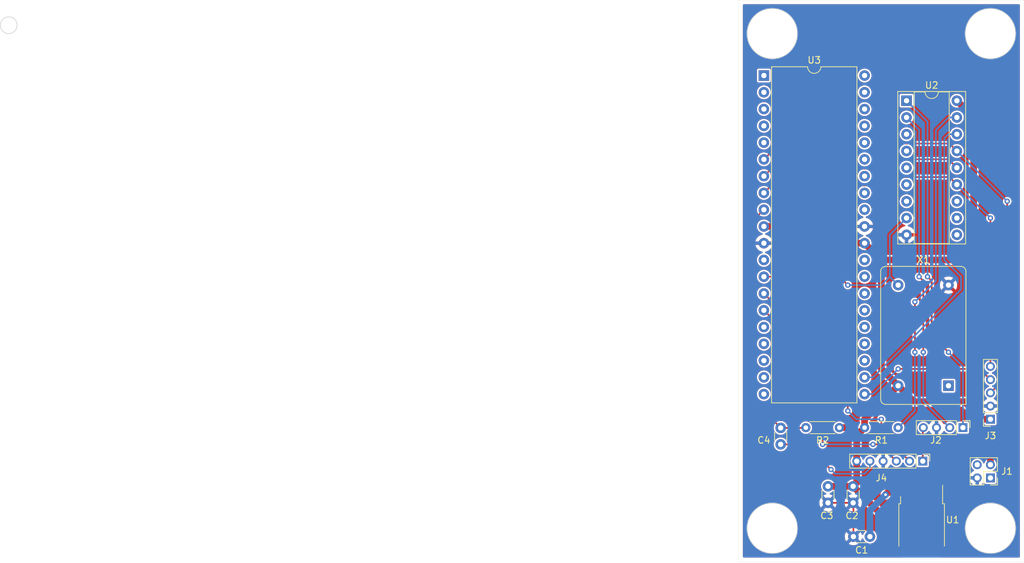
<source format=kicad_pcb>
(kicad_pcb (version 20221018) (generator pcbnew)
  (title_block (title "FSAE Board 2023") (date "2023-10-12") (rev "v02") (company "WAZZU Racing") (comment 1 "PCB: Carson Clary") (comment 2 "Circuit: Devin Moore"))
  (layers (0 "F.Cu" signal) (31 "B.Cu" signal) (34 "B.Paste" user) (35 "F.Paste" user) (36 "B.SilkS" user "B.Silkscreen") (37 "F.SilkS" user "F.Silkscreen") (38 "B.Mask" user) (39 "F.Mask" user) (44 "Edge.Cuts" user))
  (net 0 "")
  (net 1 "+12V")
  (net 2 "GND")
  (net 3 "+5V")
  (net 4 "/DTR")
  (net 5 "/Reset_atmega")
  (net 6 "/CanH")
  (net 7 "/CanL")
  (net 8 "/TX Can")
  (net 9 "/Rx Can")
  (net 10 "+3V3")
  (net 11 "/MOSI")
  (net 12 "/CS0")
  (net 13 "/SCK")
  (net 14 "/UART TX")
  (net 15 "/UART RX")
  (net 16 "Net-(U2-~{RESET})")
  (net 22 "/OSC")
  (net 26 "/MISO")
  (net 27 "/CS1")
  (footprint "Capacitor_THT:C_Disc_D3.0mm_W1.6mm_P2.50mm" (layer "F.Cu") (at 130.35 137.16 180)
    (fp_text reference "C1" (at 1.25 -2.05) (layer "F.SilkS"))
    (fp_text value "10u")
    (fp_line (start 0.621 -0.92) (end 1.879 -0.92) (stroke (width 0.12)) (layer "F.SilkS"))
    (fp_line (start 0.621 0.92) (end 1.879 0.92) (stroke (width 0.12)) (layer "F.SilkS"))
    (pad "1" thru_hole circle (at 0 0 180) (size 1.6 1.6) (drill 0.8) (layers "*.Cu" "*.Mask") (net 1 "+12V"))
    (pad "2" thru_hole circle (at 2.5 0 180) (size 1.6 1.6) (drill 0.8) (layers "*.Cu" "*.Mask") (net 2 "GND"))
  )
  (footprint "Resistor_THT:R_Axial_DIN0204_L3.6mm_D1.6mm_P5.08mm_Horizontal" (layer "F.Cu") (at 125.73 120.65 180)
    (fp_text reference "R2" (at 2.54 -1.92) (layer "F.SilkS"))
    (fp_text value "10k")
    (fp_line (start 0.62 -0.92) (end 4.46 -0.92) (stroke (width 0.12)) (layer "F.SilkS"))
    (fp_line (start 0.62 0.92) (end 4.46 0.92) (stroke (width 0.12)) (layer "F.SilkS"))
    (pad "1" thru_hole circle (at 0 0 180) (size 1.4 1.4) (drill 0.7) (layers "*.Cu" "*.Mask") (net 3 "+5V"))
    (pad "2" thru_hole oval (at 5.08 0 180) (size 1.4 1.4) (drill 0.7) (layers "*.Cu" "*.Mask") (net 5 "/Reset_atmega"))
  )
  (footprint "Oscillator:Oscillator_DIP-14" (layer "F.Cu") (at 142.24 114.3 90)
    (fp_text reference "X1" (at 19.05 -3.81 180) (layer "F.SilkS"))
    (fp_text value "ACO-20MHz-A")
    (fp_line (start -2.83 -9.51) (end -2.83 2.64) (stroke (width 0.12)) (layer "F.SilkS"))
    (fp_line (start -2.83 2.64) (end 17.32 2.64) (stroke (width 0.12)) (layer "F.SilkS"))
    (fp_line (start 17.32 -10.26) (end -2.08 -10.26) (stroke (width 0.12)) (layer "F.SilkS"))
    (fp_line (start 18.07 1.89) (end 18.07 -9.51) (stroke (width 0.12)) (layer "F.SilkS"))
    (fp_arc (start -2.83 -9.51) (mid -2.61033 -10.04033) (end -2.08 -10.26) (stroke (width 0.12)) (layer "F.SilkS"))
    (fp_arc (start 17.32 -10.26) (mid 17.85033 -10.04033) (end 18.07 -9.51) (stroke (width 0.12)) (layer "F.SilkS"))
    (fp_arc (start 18.07 1.89) (mid 17.85033 2.42033) (end 17.32 2.64) (stroke (width 0.12)) (layer "F.SilkS"))
    (pad "1" thru_hole rect (at 0 0 90) (size 1.6 1.6) (drill 0.8) (layers "*.Cu" "*.Mask"))
    (pad "7" thru_hole circle (at 15.24 0 90) (size 1.6 1.6) (drill 0.8) (layers "*.Cu" "*.Mask") (net 2 "GND"))
    (pad "8" thru_hole circle (at 15.24 -7.62 90) (size 1.6 1.6) (drill 0.8) (layers "*.Cu" "*.Mask") (net 22 "/OSC"))
    (pad "14" thru_hole circle (at 0 -7.62 90) (size 1.6 1.6) (drill 0.8) (layers "*.Cu" "*.Mask") (net 3 "+5V"))
  )
  (footprint "Capacitor_THT:C_Disc_D3.0mm_W1.6mm_P2.50mm" (layer "F.Cu") (at 124 129.54 -90)
    (fp_text reference "C3" (at 4.445 0.175 -180) (layer "F.SilkS"))
    (fp_text value "100n")
    (fp_line (start 0.621 -0.92) (end 1.879 -0.92) (stroke (width 0.12)) (layer "F.SilkS"))
    (fp_line (start 0.621 0.92) (end 1.879 0.92) (stroke (width 0.12)) (layer "F.SilkS"))
    (pad "1" thru_hole circle (at 0 0 270) (size 1.6 1.6) (drill 0.8) (layers "*.Cu" "*.Mask") (net 3 "+5V"))
    (pad "2" thru_hole circle (at 2.5 0 270) (size 1.6 1.6) (drill 0.8) (layers "*.Cu" "*.Mask") (net 2 "GND"))
  )
  (footprint "Connector_PinSocket_2.00mm:PinSocket_1x05_P2.00mm_Vertical" (layer "F.Cu") (at 148.59 119.38 180)
    (fp_text reference "J3" (at 0 -2.5) (layer "F.SilkS"))
    (fp_text value "7Seg con")
    (fp_line (start -1.06 1) (end -1.06 9.06) (stroke (width 0.12)) (layer "F.SilkS"))
    (fp_line (start -1.06 1) (end 1.06 1) (stroke (width 0.12)) (layer "F.SilkS"))
    (fp_line (start -1.06 9.06) (end 1.06 9.06) (stroke (width 0.12)) (layer "F.SilkS"))
    (fp_line (start 0 -1.06) (end 1.06 -1.06) (stroke (width 0.12)) (layer "F.SilkS"))
    (fp_line (start 1.06 -1.06) (end 1.06 0) (stroke (width 0.12)) (layer "F.SilkS"))
    (fp_line (start 1.06 1) (end 1.06 9.06) (stroke (width 0.12)) (layer "F.SilkS"))
    (pad "1" thru_hole rect (at 0 0 180) (size 1.35 1.35) (drill 0.8) (layers "*.Cu" "*.Mask") (net 3 "+5V"))
    (pad "2" thru_hole oval (at 0 2 180) (size 1.35 1.35) (drill 0.8) (layers "*.Cu" "*.Mask") (net 2 "GND"))
    (pad "3" thru_hole oval (at 0 4 180) (size 1.35 1.35) (drill 0.8) (layers "*.Cu" "*.Mask") (net 11 "/MOSI"))
    (pad "4" thru_hole oval (at 0 6 180) (size 1.35 1.35) (drill 0.8) (layers "*.Cu" "*.Mask") (net 12 "/CS0"))
    (pad "5" thru_hole oval (at 0 8 180) (size 1.35 1.35) (drill 0.8) (layers "*.Cu" "*.Mask") (net 13 "/SCK"))
  )
  (footprint "Connector_PinSocket_2.00mm:PinSocket_2x02_P2.00mm_Vertical" (layer "F.Cu") (at 148.59 128.27 -90)
    (fp_text reference "J1" (at -1 -2.5 -180) (layer "F.SilkS"))
    (fp_text value "Conn_02x02_Odd_Even")
    (fp_line (start -3.06 -1.06) (end -3.06 3.06) (stroke (width 0.12)) (layer "F.SilkS"))
    (fp_line (start -3.06 -1.06) (end -1 -1.06) (stroke (width 0.12)) (layer "F.SilkS"))
    (fp_line (start -3.06 3.06) (end 1.06 3.06) (stroke (width 0.12)) (layer "F.SilkS"))
    (fp_line (start -1 -1.06) (end -1 1) (stroke (width 0.12)) (layer "F.SilkS"))
    (fp_line (start -1 1) (end 1.06 1) (stroke (width 0.12)) (layer "F.SilkS"))
    (fp_line (start 0 -1.06) (end 1.06 -1.06) (stroke (width 0.12)) (layer "F.SilkS"))
    (fp_line (start 1.06 -1.06) (end 1.06 0) (stroke (width 0.12)) (layer "F.SilkS"))
    (fp_line (start 1.06 1) (end 1.06 3.06) (stroke (width 0.12)) (layer "F.SilkS"))
    (pad "1" thru_hole rect (at 0 0 270) (size 1.35 1.35) (drill 0.8) (layers "*.Cu" "*.Mask") (net 6 "/CanH"))
    (pad "2" thru_hole oval (at -2 0 270) (size 1.35 1.35) (drill 0.8) (layers "*.Cu" "*.Mask") (net 1 "+12V"))
    (pad "3" thru_hole oval (at 0 2 270) (size 1.35 1.35) (drill 0.8) (layers "*.Cu" "*.Mask") (net 2 "GND"))
    (pad "4" thru_hole oval (at -2 2 270) (size 1.35 1.35) (drill 0.8) (layers "*.Cu" "*.Mask") (net 7 "/CanL"))
  )
  (footprint "Capacitor_THT:C_Disc_D3.0mm_W1.6mm_P2.50mm" (layer "F.Cu") (at 116.84 123.19 90)
    (fp_text reference "C4" (at 0.635 -2.54 180) (layer "F.SilkS"))
    (fp_text value "10u")
    (fp_line (start 0.621 -0.92) (end 1.879 -0.92) (stroke (width 0.12)) (layer "F.SilkS"))
    (fp_line (start 0.621 0.92) (end 1.879 0.92) (stroke (width 0.12)) (layer "F.SilkS"))
    (pad "1" thru_hole circle (at 0 0 90) (size 1.6 1.6) (drill 0.8) (layers "*.Cu" "*.Mask") (net 4 "/DTR"))
    (pad "2" thru_hole circle (at 2.5 0 90) (size 1.6 1.6) (drill 0.8) (layers "*.Cu" "*.Mask") (net 5 "/Reset_atmega"))
  )
  (footprint "Package_DIP:DIP-40_W15.24mm" (layer "F.Cu") (at 114.3 67.31)
    (fp_text reference "U3" (at 7.62 -2.33) (layer "F.SilkS"))
    (fp_text value "ATmega644A-P")
    (fp_line (start 1.16 -1.33) (end 1.16 49.59) (stroke (width 0.12)) (layer "F.SilkS"))
    (fp_line (start 1.16 49.59) (end 14.08 49.59) (stroke (width 0.12)) (layer "F.SilkS"))
    (fp_line (start 6.62 -1.33) (end 1.16 -1.33) (stroke (width 0.12)) (layer "F.SilkS"))
    (fp_line (start 14.08 -1.33) (end 8.62 -1.33) (stroke (width 0.12)) (layer "F.SilkS"))
    (fp_line (start 14.08 49.59) (end 14.08 -1.33) (stroke (width 0.12)) (layer "F.SilkS"))
    (fp_arc (start 8.62 -1.33) (mid 7.62 -0.33) (end 6.62 -1.33) (stroke (width 0.12)) (layer "F.SilkS"))
    (pad "1" thru_hole rect (at 0 0) (size 1.6 1.6) (drill 0.8) (layers "*.Cu" "*.Mask"))
    (pad "2" thru_hole oval (at 0 2.54) (size 1.6 1.6) (drill 0.8) (layers "*.Cu" "*.Mask"))
    (pad "3" thru_hole oval (at 0 5.08) (size 1.6 1.6) (drill 0.8) (layers "*.Cu" "*.Mask"))
    (pad "4" thru_hole oval (at 0 7.62) (size 1.6 1.6) (drill 0.8) (layers "*.Cu" "*.Mask"))
    (pad "5" thru_hole oval (at 0 10.16) (size 1.6 1.6) (drill 0.8) (layers "*.Cu" "*.Mask"))
    (pad "6" thru_hole oval (at 0 12.7) (size 1.6 1.6) (drill 0.8) (layers "*.Cu" "*.Mask") (net 11 "/MOSI"))
    (pad "7" thru_hole oval (at 0 15.24) (size 1.6 1.6) (drill 0.8) (layers "*.Cu" "*.Mask") (net 26 "/MISO"))
    (pad "8" thru_hole oval (at 0 17.78) (size 1.6 1.6) (drill 0.8) (layers "*.Cu" "*.Mask") (net 13 "/SCK"))
    (pad "9" thru_hole oval (at 0 20.32) (size 1.6 1.6) (drill 0.8) (layers "*.Cu" "*.Mask") (net 5 "/Reset_atmega"))
    (pad "10" thru_hole oval (at 0 22.86) (size 1.6 1.6) (drill 0.8) (layers "*.Cu" "*.Mask") (net 3 "+5V"))
    (pad "11" thru_hole oval (at 0 25.4) (size 1.6 1.6) (drill 0.8) (layers "*.Cu" "*.Mask") (net 2 "GND"))
    (pad "12" thru_hole oval (at 0 27.94) (size 1.6 1.6) (drill 0.8) (layers "*.Cu" "*.Mask"))
    (pad "13" thru_hole oval (at 0 30.48) (size 1.6 1.6) (drill 0.8) (layers "*.Cu" "*.Mask") (net 22 "/OSC"))
    (pad "14" thru_hole oval (at 0 33.02) (size 1.6 1.6) (drill 0.8) (layers "*.Cu" "*.Mask") (net 14 "/UART TX"))
    (pad "15" thru_hole oval (at 0 35.56) (size 1.6 1.6) (drill 0.8) (layers "*.Cu" "*.Mask") (net 15 "/UART RX"))
    (pad "16" thru_hole oval (at 0 38.1) (size 1.6 1.6) (drill 0.8) (layers "*.Cu" "*.Mask"))
    (pad "17" thru_hole oval (at 0 40.64) (size 1.6 1.6) (drill 0.8) (layers "*.Cu" "*.Mask"))
    (pad "18" thru_hole oval (at 0 43.18) (size 1.6 1.6) (drill 0.8) (layers "*.Cu" "*.Mask"))
    (pad "19" thru_hole oval (at 0 45.72) (size 1.6 1.6) (drill 0.8) (layers "*.Cu" "*.Mask"))
    (pad "20" thru_hole oval (at 0 48.26) (size 1.6 1.6) (drill 0.8) (layers "*.Cu" "*.Mask"))
    (pad "21" thru_hole oval (at 15.24 48.26) (size 1.6 1.6) (drill 0.8) (layers "*.Cu" "*.Mask") (net 12 "/CS0"))
    (pad "22" thru_hole oval (at 15.24 45.72) (size 1.6 1.6) (drill 0.8) (layers "*.Cu" "*.Mask") (net 27 "/CS1"))
    (pad "23" thru_hole oval (at 15.24 43.18) (size 1.6 1.6) (drill 0.8) (layers "*.Cu" "*.Mask"))
    (pad "24" thru_hole oval (at 15.24 40.64) (size 1.6 1.6) (drill 0.8) (layers "*.Cu" "*.Mask"))
    (pad "25" thru_hole oval (at 15.24 38.1) (size 1.6 1.6) (drill 0.8) (layers "*.Cu" "*.Mask"))
    (pad "26" thru_hole oval (at 15.24 35.56) (size 1.6 1.6) (drill 0.8) (layers "*.Cu" "*.Mask"))
    (pad "27" thru_hole oval (at 15.24 33.02) (size 1.6 1.6) (drill 0.8) (layers "*.Cu" "*.Mask"))
    (pad "28" thru_hole oval (at 15.24 30.48) (size 1.6 1.6) (drill 0.8) (layers "*.Cu" "*.Mask"))
    (pad "29" thru_hole oval (at 15.24 27.94) (size 1.6 1.6) (drill 0.8) (layers "*.Cu" "*.Mask"))
    (pad "30" thru_hole oval (at 15.24 25.4) (size 1.6 1.6) (drill 0.8) (layers "*.Cu" "*.Mask") (net 3 "+5V"))
    (pad "31" thru_hole oval (at 15.24 22.86) (size 1.6 1.6) (drill 0.8) (layers "*.Cu" "*.Mask") (net 2 "GND"))
    (pad "32" thru_hole oval (at 15.24 20.32) (size 1.6 1.6) (drill 0.8) (layers "*.Cu" "*.Mask"))
    (pad "33" thru_hole oval (at 15.24 17.78) (size 1.6 1.6) (drill 0.8) (layers "*.Cu" "*.Mask"))
    (pad "34" thru_hole oval (at 15.24 15.24) (size 1.6 1.6) (drill 0.8) (layers "*.Cu" "*.Mask"))
    (pad "35" thru_hole oval (at 15.24 12.7) (size 1.6 1.6) (drill 0.8) (layers "*.Cu" "*.Mask"))
    (pad "36" thru_hole oval (at 15.24 10.16) (size 1.6 1.6) (drill 0.8) (layers "*.Cu" "*.Mask"))
    (pad "37" thru_hole oval (at 15.24 7.62) (size 1.6 1.6) (drill 0.8) (layers "*.Cu" "*.Mask"))
    (pad "38" thru_hole oval (at 15.24 5.08) (size 1.6 1.6) (drill 0.8) (layers "*.Cu" "*.Mask"))
    (pad "39" thru_hole oval (at 15.24 2.54) (size 1.6 1.6) (drill 0.8) (layers "*.Cu" "*.Mask"))
    (pad "40" thru_hole oval (at 15.24 0) (size 1.6 1.6) (drill 0.8) (layers "*.Cu" "*.Mask"))
  )
  (footprint "Capacitor_THT:C_Disc_D3.0mm_W1.6mm_P2.50mm" (layer "F.Cu") (at 127.81 129.54 -90)
    (fp_text reference "C2" (at 4.445 0.175 -180) (layer "F.SilkS"))
    (fp_text value "10u")
    (fp_line (start 0.621 -0.92) (end 1.879 -0.92) (stroke (width 0.12)) (layer "F.SilkS"))
    (fp_line (start 0.621 0.92) (end 1.879 0.92) (stroke (width 0.12)) (layer "F.SilkS"))
    (pad "1" thru_hole circle (at 0 0 270) (size 1.6 1.6) (drill 0.8) (layers "*.Cu" "*.Mask") (net 3 "+5V"))
    (pad "2" thru_hole circle (at 2.5 0 270) (size 1.6 1.6) (drill 0.8) (layers "*.Cu" "*.Mask") (net 2 "GND"))
  )
  (footprint "Connector_PinHeader_2.00mm:PinHeader_1x04_P2.00mm_Vertical" (layer "F.Cu") (at 144.43 120.65 -90)
    (fp_text reference "J2" (at 1.905 4.095 -180) (layer "F.SilkS"))
    (fp_text value "CAN BOB")
    (fp_line (start -1.06 -1.06) (end 0 -1.06) (stroke (width 0.12)) (layer "F.SilkS"))
    (fp_line (start -1.06 0) (end -1.06 -1.06) (stroke (width 0.12)) (layer "F.SilkS"))
    (fp_line (start -1.06 1) (end -1.06 7.06) (stroke (width 0.12)) (layer "F.SilkS"))
    (fp_line (start -1.06 1) (end 1.06 1) (stroke (width 0.12)) (layer "F.SilkS"))
    (fp_line (start -1.06 7.06) (end 1.06 7.06) (stroke (width 0.12)) (layer "F.SilkS"))
    (fp_line (start 1.06 1) (end 1.06 7.06) (stroke (width 0.12)) (layer "F.SilkS"))
    (pad "1" thru_hole rect (at 0 0 270) (size 1.35 1.35) (drill 0.8) (layers "*.Cu" "*.Mask") (net 8 "/TX Can"))
    (pad "2" thru_hole oval (at 0 2 270) (size 1.35 1.35) (drill 0.8) (layers "*.Cu" "*.Mask") (net 9 "/Rx Can"))
    (pad "3" thru_hole oval (at 0 4 270) (size 1.35 1.35) (drill 0.8) (layers "*.Cu" "*.Mask") (net 2 "GND"))
    (pad "4" thru_hole oval (at 0 6 270) (size 1.35 1.35) (drill 0.8) (layers "*.Cu" "*.Mask") (net 10 "+3V3"))
  )
  (footprint "Resistor_THT:R_Axial_DIN0204_L3.6mm_D1.6mm_P5.08mm_Horizontal" (layer "F.Cu") (at 129.54 120.65)
    (fp_text reference "R1" (at 2.54 1.905) (layer "F.SilkS"))
    (fp_text value "10k")
    (fp_line (start 0.62 -0.92) (end 4.46 -0.92) (stroke (width 0.12)) (layer "F.SilkS"))
    (fp_line (start 0.62 0.92) (end 4.46 0.92) (stroke (width 0.12)) (layer "F.SilkS"))
    (pad "1" thru_hole circle (at 0 0) (size 1.4 1.4) (drill 0.7) (layers "*.Cu" "*.Mask") (net 3 "+5V"))
    (pad "2" thru_hole oval (at 5.08 0) (size 1.4 1.4) (drill 0.7) (layers "*.Cu" "*.Mask") (net 16 "Net-(U2-~{RESET})"))
  )
  (footprint "Package_DIP:DIP-18_W7.62mm_Socket" (layer "F.Cu") (at 135.89 71.12)
    (fp_text reference "U2" (at 3.81 -2.33) (layer "F.SilkS"))
    (fp_text value "MCP2515")
    (fp_line (start -1.33 -1.39) (end -1.33 21.71) (stroke (width 0.12)) (layer "F.SilkS"))
    (fp_line (start -1.33 21.71) (end 8.95 21.71) (stroke (width 0.12)) (layer "F.SilkS"))
    (fp_line (start 1.16 -1.33) (end 1.16 21.65) (stroke (width 0.12)) (layer "F.SilkS"))
    (fp_line (start 1.16 21.65) (end 6.46 21.65) (stroke (width 0.12)) (layer "F.SilkS"))
    (fp_line (start 2.81 -1.33) (end 1.16 -1.33) (stroke (width 0.12)) (layer "F.SilkS"))
    (fp_line (start 6.46 -1.33) (end 4.81 -1.33) (stroke (width 0.12)) (layer "F.SilkS"))
    (fp_line (start 6.46 21.65) (end 6.46 -1.33) (stroke (width 0.12)) (layer "F.SilkS"))
    (fp_line (start 8.95 -1.39) (end -1.33 -1.39) (stroke (width 0.12)) (layer "F.SilkS"))
    (fp_line (start 8.95 21.71) (end 8.95 -1.39) (stroke (width 0.12)) (layer "F.SilkS"))
    (fp_arc (start 4.81 -1.33) (mid 3.81 -0.33) (end 2.81 -1.33) (stroke (width 0.12)) (layer "F.SilkS"))
    (pad "1" thru_hole rect (at 0 0) (size 1.6 1.6) (drill 0.8) (layers "*.Cu" "*.Mask") (net 8 "/TX Can"))
    (pad "2" thru_hole oval (at 0 2.54) (size 1.6 1.6) (drill 0.8) (layers "*.Cu" "*.Mask") (net 9 "/Rx Can"))
    (pad "3" thru_hole oval (at 0 5.08) (size 1.6 1.6) (drill 0.8) (layers "*.Cu" "*.Mask"))
    (pad "4" thru_hole oval (at 0 7.62) (size 1.6 1.6) (drill 0.8) (layers "*.Cu" "*.Mask"))
    (pad "5" thru_hole oval (at 0 10.16) (size 1.6 1.6) (drill 0.8) (layers "*.Cu" "*.Mask"))
    (pad "6" thru_hole oval (at 0 12.7) (size 1.6 1.6) (drill 0.8) (layers "*.Cu" "*.Mask"))
    (pad "7" thru_hole oval (at 0 15.24) (size 1.6 1.6) (drill 0.8) (layers "*.Cu" "*.Mask"))
    (pad "8" thru_hole oval (at 0 17.78) (size 1.6 1.6) (drill 0.8) (layers "*.Cu" "*.Mask") (net 22 "/OSC"))
    (pad "9" thru_hole oval (at 0 20.32) (size 1.6 1.6) (drill 0.8) (layers "*.Cu" "*.Mask") (net 2 "GND"))
    (pad "10" thru_hole oval (at 7.62 20.32) (size 1.6 1.6) (drill 0.8) (layers "*.Cu" "*.Mask"))
    (pad "11" thru_hole oval (at 7.62 17.78) (size 1.6 1.6) (drill 0.8) (layers "*.Cu" "*.Mask"))
    (pad "12" thru_hole oval (at 7.62 15.24) (size 1.6 1.6) (drill 0.8) (layers "*.Cu" "*.Mask"))
    (pad "13" thru_hole oval (at 7.62 12.7) (size 1.6 1.6) (drill 0.8) (layers "*.Cu" "*.Mask") (net 13 "/SCK"))
    (pad "14" thru_hole oval (at 7.62 10.16) (size 1.6 1.6) (drill 0.8) (layers "*.Cu" "*.Mask") (net 26 "/MISO"))
    (pad "15" thru_hole oval (at 7.62 7.62) (size 1.6 1.6) (drill 0.8) (layers "*.Cu" "*.Mask") (net 11 "/MOSI"))
    (pad "16" thru_hole oval (at 7.62 5.08) (size 1.6 1.6) (drill 0.8) (layers "*.Cu" "*.Mask") (net 27 "/CS1"))
    (pad "17" thru_hole oval (at 7.62 2.54) (size 1.6 1.6) (drill 0.8) (layers "*.Cu" "*.Mask") (net 16 "Net-(U2-~{RESET})"))
    (pad "18" thru_hole oval (at 7.62 0) (size 1.6 1.6) (drill 0.8) (layers "*.Cu" "*.Mask") (net 3 "+5V"))
  )
  (footprint "Connector_PinHeader_2.00mm:PinHeader_1x06_P2.00mm_Vertical" (layer "F.Cu") (at 138.35 125.73 -90)
    (fp_text reference "J4" (at 2.54 6.27 -180) (layer "F.SilkS"))
    (fp_text value "USB UART BOB")
    (fp_line (start -1.06 -1.06) (end 0 -1.06) (stroke (width 0.12)) (layer "F.SilkS"))
    (fp_line (start -1.06 0) (end -1.06 -1.06) (stroke (width 0.12)) (layer "F.SilkS"))
    (fp_line (start -1.06 1) (end -1.06 11.06) (stroke (width 0.12)) (layer "F.SilkS"))
    (fp_line (start -1.06 1) (end 1.06 1) (stroke (width 0.12)) (layer "F.SilkS"))
    (fp_line (start -1.06 11.06) (end 1.06 11.06) (stroke (width 0.12)) (layer "F.SilkS"))
    (fp_line (start 1.06 1) (end 1.06 11.06) (stroke (width 0.12)) (layer "F.SilkS"))
    (pad "1" thru_hole rect (at 0 0 270) (size 1.35 1.35) (drill 0.8) (layers "*.Cu" "*.Mask") (net 10 "+3V3"))
    (pad "2" thru_hole oval (at 0 2 270) (size 1.35 1.35) (drill 0.8) (layers "*.Cu" "*.Mask") (net 14 "/UART TX"))
    (pad "3" thru_hole oval (at 0 4 270) (size 1.35 1.35) (drill 0.8) (layers "*.Cu" "*.Mask") (net 15 "/UART RX"))
    (pad "4" thru_hole oval (at 0 6 270) (size 1.35 1.35) (drill 0.8) (layers "*.Cu" "*.Mask") (net 2 "GND"))
    (pad "5" thru_hole oval (at 0 8 270) (size 1.35 1.35) (drill 0.8) (layers "*.Cu" "*.Mask") (net 4 "/DTR"))
    (pad "6" thru_hole oval (at 0 10 270) (size 1.35 1.35) (drill 0.8) (layers "*.Cu" "*.Mask") (net 3 "+5V"))
  )
  (footprint "Package_TO_SOT_SMD:TO-252-2" (layer "F.Cu") (at 138.175 135.495 -90)
    (fp_text reference "U1" (at -0.875 -4.7 -180) (layer "F.SilkS"))
    (fp_text value "LD1086DT50TR")
    (fp_line (start -3.31 -3.45) (end -3.31 -3.18) (stroke (width 0.12)) (layer "F.SilkS"))
    (fp_line (start -3.31 -3.18) (end -6.14 -3.18) (stroke (width 0.12)) (layer "F.SilkS"))
    (fp_line (start -3.31 3.18) (end -4.41 3.18) (stroke (width 0.12)) (layer "F.SilkS"))
    (fp_line (start -3.31 3.45) (end -3.31 3.18) (stroke (width 0.12)) (layer "F.SilkS"))
    (fp_line (start 3.11 -3.45) (end -3.31 -3.45) (stroke (width 0.12)) (layer "F.SilkS"))
    (fp_line (start 3.11 3.45) (end -3.31 3.45) (stroke (width 0.12)) (layer "F.SilkS"))
    (pad "1" smd roundrect (at -5.04 -2.28 270) (size 2.2 1.2) (layers "F.Cu" "F.Paste" "F.Mask") (roundrect_rratio 0.208333) (net 2 "GND"))
    (pad "2" smd roundrect (at -0.415 -1.525 270) (size 3.05 2.75) (layers "F.Cu" "F.Paste") (roundrect_rratio 0.090909) (net 3 "+5V"))
    (pad "2" smd roundrect (at -0.415 1.525 270) (size 3.05 2.75) (layers "F.Cu" "F.Paste") (roundrect_rratio 0.090909) (net 3 "+5V"))
    (pad "2" smd roundrect (at 1.26 0 270) (size 6.4 5.8) (layers "F.Cu" "F.Mask") (roundrect_rratio 0.043103) (net 3 "+5V"))
    (pad "2" smd roundrect (at 2.935 -1.525 270) (size 3.05 2.75) (layers "F.Cu" "F.Paste") (roundrect_rratio 0.090909) (net 3 "+5V"))
    (pad "2" smd roundrect (at 2.935 1.525 270) (size 3.05 2.75) (layers "F.Cu" "F.Paste") (roundrect_rratio 0.090909) (net 3 "+5V"))
    (pad "3" smd roundrect (at -5.04 2.28 270) (size 2.2 1.2) (layers "F.Cu" "F.Paste" "F.Mask") (roundrect_rratio 0.208333) (net 1 "+12V"))
  )
  (gr_circle (center 148.59 135.89) (end 152.4 135.89) (stroke (width 0.1)) (fill none) (layer "Edge.Cuts"))
  (gr_circle (center 0 59.69) (end 1.27 59.69) (stroke (width 0.1)) (fill none) (layer "Edge.Cuts"))
  (gr_circle (center 115.57 135.89) (end 119.38 135.89) (stroke (width 0.1)) (fill none) (layer "Edge.Cuts"))
  (gr_rect (start 110.49 55.88) (end 153.67 140.97) (stroke (width 0.0254)) (fill none) (layer "Edge.Cuts"))
  (gr_circle (center 115.57 60.96) (end 119.38 60.96) (stroke (width 0.1)) (fill none) (layer "Edge.Cuts"))
  (gr_circle (center 148.59 60.96) (end 152.4 60.96) (stroke (width 0.1)) (fill none) (layer "Edge.Cuts"))
  (segment (start 143.51 123.825) (end 147.955 123.825) (width 1.016) (layer "F.Cu") (net 1))
  (segment (start 148.59 124.46) (end 148.59 126.27) (width 1.016) (layer "F.Cu") (net 1))
  (segment (start 133.07 130.455) (end 132.715 130.81) (width 1.016) (layer "F.Cu") (net 1))
  (segment (start 135.895 130.455) (end 136.88 130.455) (width 1.016) (layer "F.Cu") (net 1))
  (segment (start 136.88 130.455) (end 143.51 123.825) (width 1.016) (layer "F.Cu") (net 1))
  (segment (start 147.955 123.825) (end 148.59 124.46) (width 1.016) (layer "F.Cu") (net 1))
  (segment (start 135.895 130.455) (end 133.07 130.455) (width 1.016) (layer "F.Cu") (net 1))
  (via (at 132.715 130.81) (size 0.8) (drill 0.4) (layers "F.Cu" "B.Cu") (net 1))
  (segment (start 130.35 137.16) (end 130.35 136.35) (width 1.016) (layer "B.Cu") (net 1))
  (segment (start 132.715 130.81) (end 130.35 133.175) (width 1.016) (layer "B.Cu") (net 1))
  (segment (start 130.35 133.175) (end 130.35 136.35) (width 1.016) (layer "B.Cu") (net 1))
  (segment (start 127.85 137.16) (end 127.85 132.08) (width 0.254) (layer "F.Cu") (net 2))
  (segment (start 124 132.04) (end 127.81 132.04) (width 0.254) (layer "F.Cu") (net 2))
  (segment (start 129.54 92.71) (end 123.825 92.71) (width 1.016) (layer "F.Cu") (net 3))
  (segment (start 127.16 120.65) (end 128.35 121.84) (width 1.016) (layer "F.Cu") (net 3))
  (segment (start 123.825 92.71) (end 121.285 90.17) (width 1.016) (layer "F.Cu") (net 3))
  (segment (start 132.08 111.76) (end 134.62 114.3) (width 1.016) (layer "F.Cu") (net 3))
  (segment (start 129.54 120.65) (end 129.54 119.38) (width 1.016) (layer "F.Cu") (net 3))
  (segment (start 134.62 114.3) (end 137.047 116.727) (width 1.016) (layer "F.Cu") (net 3))
  (segment (start 132.08 95.25) (end 132.08 111.76) (width 1.016) (layer "F.Cu") (net 3))
  (segment (start 143.51 71.12) (end 146.05 73.66) (width 1.016) (layer "F.Cu") (net 3))
  (segment (start 125.73 120.65) (end 127.16 120.65) (width 1.016) (layer "F.Cu") (net 3))
  (segment (start 128.35 125.73) (end 128.35 129) (width 1.016) (layer "F.Cu") (net 3))
  (segment (start 129.54 119.38) (end 134.62 114.3) (width 1.016) (layer "F.Cu") (net 3))
  (segment (start 127.81 129.54) (end 124 129.54) (width 1.016) (layer "F.Cu") (net 3))
  (segment (start 146.05 73.66) (end 146.05 92.71) (width 1.016) (layer "F.Cu") (net 3))
  (segment (start 147.32 119.38) (end 148.59 119.38) (width 1.016) (layer "F.Cu") (net 3))
  (segment (start 144.667 116.727) (end 147.32 119.38) (width 1.016) (layer "F.Cu") (net 3))
  (segment (start 128.35 121.84) (end 129.54 120.65) (width 1.016) (layer "F.Cu") (net 3))
  (segment (start 146.05 92.71) (end 143.51 95.25) (width 1.016) (layer "F.Cu") (net 3))
  (segment (start 121.285 90.17) (end 114.3 90.17) (width 1.016) (layer "F.Cu") (net 3))
  (segment (start 135.025 136.755) (end 127.81 129.54) (width 1.016) (layer "F.Cu") (net 3))
  (segment (start 129.54 92.71) (end 132.08 95.25) (width 1.016) (layer "F.Cu") (net 3))
  (segment (start 143.51 95.25) (end 132.08 95.25) (width 1.016) (layer "F.Cu") (net 3))
  (segment (start 138.175 136.755) (end 135.025 136.755) (width 1.016) (layer "F.Cu") (net 3))
  (segment (start 128.35 125.73) (end 128.35 121.84) (width 1.016) (layer "F.Cu") (net 3))
  (segment (start 137.047 116.727) (end 144.667 116.727) (width 1.016) (layer "F.Cu") (net 3))
  (segment (start 128.35 129) (end 127.81 129.54) (width 1.016) (layer "F.Cu") (net 3))
  (segment (start 120.65 123.19) (end 124.46 127) (width 0.254) (layer "F.Cu") (net 4))
  (segment (start 116.84 123.19) (end 120.65 123.19) (width 0.254) (layer "F.Cu") (net 4))
  (via (at 124.46 127) (size 0.8) (drill 0.4) (layers "F.Cu" "B.Cu") (net 4))
  (segment (start 125.095 127.635) (end 129.54 127.635) (width 0.254) (layer "B.Cu") (net 4))
  (segment (start 129.54 127.635) (end 130.35 126.825) (width 0.254) (layer "B.Cu") (net 4))
  (segment (start 130.35 126.825) (end 130.35 125.73) (width 0.254) (layer "B.Cu") (net 4))
  (segment (start 124.46 127) (end 125.095 127.635) (width 0.254) (layer "B.Cu") (net 4))
  (segment (start 116.84 120.69) (end 111.76 115.61) (width 0.254) (layer "F.Cu") (net 5))
  (segment (start 116.84 120.69) (end 120.61 120.69) (width 0.254) (layer "F.Cu") (net 5))
  (segment (start 111.76 115.61) (end 111.76 90.17) (width 0.254) (layer "F.Cu") (net 5))
  (segment (start 111.76 90.17) (end 114.3 87.63) (width 0.254) (layer "F.Cu") (net 5))
  (segment (start 139.065 97.79) (end 139.7 98.425) (width 0.254) (layer "F.Cu") (net 8))
  (segment (start 139.7 98.425) (end 139.7 106.68) (width 0.254) (layer "F.Cu") (net 8))
  (segment (start 139.7 106.68) (end 142.24 109.22) (width 0.254) (layer "F.Cu") (net 8))
  (via (at 139.065 97.79) (size 0.8) (drill 0.4) (layers "F.Cu" "B.Cu") (net 8))
  (via (at 142.24 109.22) (size 0.8) (drill 0.4) (layers "F.Cu" "B.Cu") (net 8))
  (segment (start 142.24 109.22) (end 144.43 111.41) (width 0.254) (layer "B.Cu") (net 8))
  (segment (start 139.065 74.295) (end 135.89 71.12) (width 0.254) (layer "B.Cu") (net 8))
  (segment (start 144.43 111.41) (end 144.43 120.65) (width 0.254) (layer "B.Cu") (net 8))
  (segment (start 139.065 97.79) (end 139.065 74.295) (width 0.254) (layer "B.Cu") (net 8))
  (segment (start 138.43 98.425) (end 138.43 109.22) (width 0.254) (layer "F.Cu") (net 9))
  (segment (start 137.795 97.79) (end 138.43 98.425) (width 0.254) (layer "F.Cu") (net 9))
  (via (at 137.795 97.79) (size 0.8) (drill 0.4) (layers "F.Cu" "B.Cu") (net 9))
  (via (at 138.43 109.22) (size 0.8) (drill 0.4) (layers "F.Cu" "B.Cu") (net 9))
  (segment (start 137.795 97.79) (end 137.795 75.565) (width 0.254) (layer "B.Cu") (net 9))
  (segment (start 137.795 75.565) (end 135.89 73.66) (width 0.254) (layer "B.Cu") (net 9))
  (segment (start 138.43 109.22) (end 138.43 116.65) (width 0.254) (layer "B.Cu") (net 9))
  (segment (start 138.43 116.65) (end 142.43 120.65) (width 0.254) (layer "B.Cu") (net 9))
  (segment (start 138.35 125.73) (end 138.35 120.73) (width 0.254) (layer "F.Cu") (net 10))
  (segment (start 114.3 80.01) (end 115.57 78.74) (width 0.254) (layer "F.Cu") (net 11))
  (segment (start 132.08 78.74) (end 133.207 77.613) (width 0.254) (layer "F.Cu") (net 11))
  (segment (start 142.383 77.613) (end 143.51 78.74) (width 0.254) (layer "F.Cu") (net 11))
  (segment (start 133.207 77.613) (end 142.383 77.613) (width 0.254) (layer "F.Cu") (net 11))
  (segment (start 151.13 86.36) (end 151.13 112.84) (width 0.254) (layer "F.Cu") (net 11))
  (segment (start 151.13 112.84) (end 148.59 115.38) (width 0.254) (layer "F.Cu") (net 11))
  (segment (start 115.57 78.74) (end 132.08 78.74) (width 0.254) (layer "F.Cu") (net 11))
  (via (at 151.13 86.36) (size 0.8) (drill 0.4) (layers "F.Cu" "B.Cu") (net 11))
  (segment (start 143.51 78.74) (end 151.13 86.36) (width 0.254) (layer "B.Cu") (net 11))
  (segment (start 148.59 113.38) (end 146.97 111.76) (width 0.254) (layer "F.Cu") (net 12))
  (segment (start 146.97 111.76) (end 134.62 111.76) (width 0.254) (layer "F.Cu") (net 12))
  (via (at 134.62 111.76) (size 0.8) (drill 0.4) (layers "F.Cu" "B.Cu") (net 12))
  (segment (start 130.81 115.57) (end 129.54 115.57) (width 0.254) (layer "B.Cu") (net 12))
  (segment (start 134.62 111.76) (end 130.81 115.57) (width 0.254) (layer "B.Cu") (net 12))
  (segment (start 115.427 83.963) (end 131.937 83.963) (width 0.254) (layer "F.Cu") (net 13))
  (segment (start 114.3 85.09) (end 115.427 83.963) (width 0.254) (layer "F.Cu") (net 13))
  (segment (start 148.59 111.38) (end 148.59 88.9) (width 0.254) (layer "F.Cu") (net 13))
  (segment (start 133.207 82.693) (end 142.383 82.693) (width 0.254) (layer "F.Cu") (net 13))
  (segment (start 131.937 83.963) (end 133.207 82.693) (width 0.254) (layer "F.Cu") (net 13))
  (segment (start 142.383 82.693) (end 143.51 83.82) (width 0.254) (layer "F.Cu") (net 13))
  (via (at 148.59 88.9) (size 0.8) (drill 0.4) (layers "F.Cu" "B.Cu") (net 13))
  (segment (start 143.51 83.82) (end 148.59 88.9) (width 0.254) (layer "B.Cu") (net 13))
  (segment (start 127 113.03) (end 114.3 100.33) (width 0.254) (layer "F.Cu") (net 14))
  (segment (start 136.35 125.73) (end 132.08 121.46) (width 0.254) (layer "F.Cu") (net 14))
  (segment (start 127 118.11) (end 127 113.03) (width 0.254) (layer "F.Cu") (net 14))
  (segment (start 132.08 121.46) (end 132.08 119.38) (width 0.254) (layer "F.Cu") (net 14))
  (via (at 127 118.11) (size 0.8) (drill 0.4) (layers "F.Cu" "B.Cu") (net 14))
  (via (at 132.08 119.38) (size 0.8) (drill 0.4) (layers "F.Cu" "B.Cu") (net 14))
  (segment (start 128.27 119.38) (end 127 118.11) (width 0.254) (layer "B.Cu") (net 14))
  (segment (start 132.08 119.38) (end 128.27 119.38) (width 0.254) (layer "B.Cu") (net 14))
  (segment (start 134.35 125.73) (end 131.81 123.19) (width 0.254) (layer "F.Cu") (net 15))
  (segment (start 131.81 123.19) (end 130.81 123.19) (width 0.254) (layer "F.Cu") (net 15))
  (segment (start 123.19 123.19) (end 123.19 111.76) (width 0.254) (layer "F.Cu") (net 15))
  (segment (start 123.19 111.76) (end 114.3 102.87) (width 0.254) (layer "F.Cu") (net 15))
  (via (at 123.19 123.19) (size 0.8) (drill 0.4) (layers "F.Cu" "B.Cu") (net 15))
  (via (at 130.81 123.19) (size 0.8) (drill 0.4) (layers "F.Cu" "B.Cu") (net 15))
  (segment (start 123.19 123.19) (end 130.81 123.19) (width 0.254) (layer "B.Cu") (net 15))
  (segment (start 137.16 101.6) (end 137.16 109.22) (width 0.254) (layer "F.Cu") (net 16))
  (via (at 137.16 109.22) (size 0.8) (drill 0.4) (layers "F.Cu" "B.Cu") (net 16))
  (via (at 137.16 101.6) (size 0.8) (drill 0.4) (layers "F.Cu" "B.Cu") (net 16))
  (segment (start 137.16 118.11) (end 134.62 120.65) (width 0.254) (layer "B.Cu") (net 16))
  (segment (start 140.335 75.565) (end 140.335 98.425) (width 0.254) (layer "B.Cu") (net 16))
  (segment (start 140.335 98.425) (end 137.16 101.6) (width 0.254) (layer "B.Cu") (net 16))
  (segment (start 142.24 73.66) (end 140.335 75.565) (width 0.254) (layer "B.Cu") (net 16))
  (segment (start 143.51 73.66) (end 142.24 73.66) (width 0.254) (layer "B.Cu") (net 16))
  (segment (start 137.16 109.22) (end 137.16 118.11) (width 0.254) (layer "B.Cu") (net 16))
  (segment (start 127 99.06) (end 125.73 97.79) (width 0.254) (layer "F.Cu") (net 22))
  (segment (start 125.73 97.79) (end 114.3 97.79) (width 0.254) (layer "F.Cu") (net 22))
  (via (at 127 99.06) (size 0.8) (drill 0.4) (layers "F.Cu" "B.Cu") (net 22))
  (segment (start 135.89 88.9) (end 133.35 91.44) (width 0.254) (layer "B.Cu") (net 22))
  (segment (start 133.35 91.44) (end 133.35 97.79) (width 0.254) (layer "B.Cu") (net 22))
  (segment (start 133.35 97.79) (end 134.62 99.06) (width 0.254) (layer "B.Cu") (net 22))
  (segment (start 132.08 99.06) (end 127 99.06) (width 0.254) (layer "B.Cu") (net 22))
  (segment (start 133.35 97.79) (end 132.08 99.06) (width 0.254) (layer "B.Cu") (net 22))
  (segment (start 133.35 80.01) (end 142.24 80.01) (width 0.254) (layer "F.Cu") (net 26))
  (segment (start 114.3 82.55) (end 115.427 81.423) (width 0.254) (layer "F.Cu") (net 26))
  (segment (start 115.427 81.423) (end 131.937 81.423) (width 0.254) (layer "F.Cu") (net 26))
  (segment (start 142.24 80.01) (end 143.51 81.28) (width 0.254) (layer "F.Cu") (net 26))
  (segment (start 131.937 81.423) (end 133.35 80.01) (width 0.254) (layer "F.Cu") (net 26))
  (segment (start 142.24 76.2) (end 141.605 76.835) (width 0.254) (layer "B.Cu") (net 27))
  (segment (start 144.145 97.79) (end 144.145 99.695) (width 0.254) (layer "B.Cu") (net 27))
  (segment (start 144.145 99.695) (end 130.81 113.03) (width 0.254) (layer "B.Cu") (net 27))
  (segment (start 141.605 76.835) (end 141.605 95.25) (width 0.254) (layer "B.Cu") (net 27))
  (segment (start 130.81 113.03) (end 129.54 113.03) (width 0.254) (layer "B.Cu") (net 27))
  (segment (start 143.51 76.2) (end 142.24 76.2) (width 0.254) (layer "B.Cu") (net 27))
  (segment (start 141.605 95.25) (end 144.145 97.79) (width 0.254) (layer "B.Cu") (net 27))
  (zone (net 2) (net_name "GND") (layer "F.Cu") (connect_pads (clearance 0.254)) (min_thickness 0.254) (fill yes (thermal_gap 0.508) (thermal_bridge_width 0.508))
    (polygon (pts (xy 111.125 140.335) (xy 153.035 140.335) (xy 153.035 56.515) (xy 111.125 56.515)))
  )
  (zone (net 2) (net_name "GND") (layer "B.Cu") (priority 1) (connect_pads (clearance 0.254)) (min_thickness 0.254) (fill yes (thermal_gap 0.508) (thermal_bridge_width 0.508))
    (polygon (pts (xy 111.125 56.515) (xy 153.035 56.515) (xy 153.035 140.335) (xy 111.125 140.335)))
  )
)
</source>
